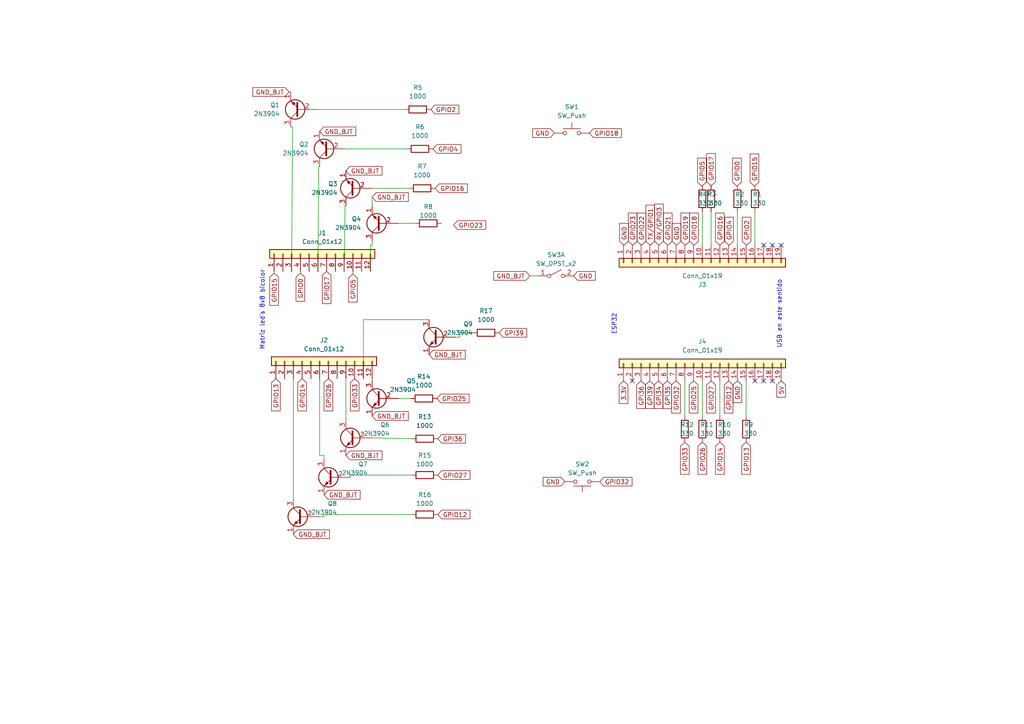
<source format=kicad_sch>
(kicad_sch (version 20231120) (generator "eeschema") (generator_version "8.0")
  (paper "A4")
  (lib_symbols
    (symbol "Connector_Generic:Conn_01x12" (pin_names (offset 1.016) hide)
      (property "Reference" "J" (at 0 15.24 0))
      (property "Value" "Conn_01x12" (at 0 -17.78 0))
      (symbol "Conn_01x12_1_1"
        (rectangle (start -1.27 -15.113) (end 0 -15.367) (stroke (width 0.1524)))
        (rectangle (start -1.27 -12.573) (end 0 -12.827) (stroke (width 0.1524)))
        (rectangle (start -1.27 -10.033) (end 0 -10.287) (stroke (width 0.1524)))
        (rectangle (start -1.27 -7.493) (end 0 -7.747) (stroke (width 0.1524)))
        (rectangle (start -1.27 -4.953) (end 0 -5.207) (stroke (width 0.1524)))
        (rectangle (start -1.27 -2.413) (end 0 -2.667) (stroke (width 0.1524)))
        (rectangle (start -1.27 0.127) (end 0 -0.127) (stroke (width 0.1524)))
        (rectangle (start -1.27 2.667) (end 0 2.413) (stroke (width 0.1524)))
        (rectangle (start -1.27 5.207) (end 0 4.953) (stroke (width 0.1524)))
        (rectangle (start -1.27 7.747) (end 0 7.493) (stroke (width 0.1524)))
        (rectangle (start -1.27 10.287) (end 0 10.033) (stroke (width 0.1524)))
        (rectangle (start -1.27 12.827) (end 0 12.573) (stroke (width 0.1524)))
        (rectangle (start -1.27 13.97) (end 1.27 -16.51) (stroke (width 0.254)) (fill (type background)))
        (pin passive line (at -5.08 12.7 0) (length 3.81) (name "Pin_1") (number "1"))
        (pin passive line (at -5.08 -10.16 0) (length 3.81) (name "Pin_10") (number "10"))
        (pin passive line (at -5.08 -12.7 0) (length 3.81) (name "Pin_11") (number "11"))
        (pin passive line (at -5.08 -15.24 0) (length 3.81) (name "Pin_12") (number "12"))
        (pin passive line (at -5.08 10.16 0) (length 3.81) (name "Pin_2") (number "2"))
        (pin passive line (at -5.08 7.62 0) (length 3.81) (name "Pin_3") (number "3"))
        (pin passive line (at -5.08 5.08 0) (length 3.81) (name "Pin_4") (number "4"))
        (pin passive line (at -5.08 2.54 0) (length 3.81) (name "Pin_5") (number "5"))
        (pin passive line (at -5.08 0 0) (length 3.81) (name "Pin_6") (number "6"))
        (pin passive line (at -5.08 -2.54 0) (length 3.81) (name "Pin_7") (number "7"))
        (pin passive line (at -5.08 -5.08 0) (length 3.81) (name "Pin_8") (number "8"))
        (pin passive line (at -5.08 -7.62 0) (length 3.81) (name "Pin_9") (number "9"))
      )
    )
    (symbol "Connector_Generic:Conn_01x19" (pin_names (offset 1.016) hide)
      (property "Reference" "J" (at 0 25.4 0))
      (property "Value" "Conn_01x19" (at 0 -25.4 0))
      (symbol "Conn_01x19_1_1"
        (rectangle (start -1.27 -22.733) (end 0 -22.987) (stroke (width 0.1524)))
        (rectangle (start -1.27 -20.193) (end 0 -20.447) (stroke (width 0.1524)))
        (rectangle (start -1.27 -17.653) (end 0 -17.907) (stroke (width 0.1524)))
        (rectangle (start -1.27 -15.113) (end 0 -15.367) (stroke (width 0.1524)))
        (rectangle (start -1.27 -12.573) (end 0 -12.827) (stroke (width 0.1524)))
        (rectangle (start -1.27 -10.033) (end 0 -10.287) (stroke (width 0.1524)))
        (rectangle (start -1.27 -7.493) (end 0 -7.747) (stroke (width 0.1524)))
        (rectangle (start -1.27 -4.953) (end 0 -5.207) (stroke (width 0.1524)))
        (rectangle (start -1.27 -2.413) (end 0 -2.667) (stroke (width 0.1524)))
        (rectangle (start -1.27 0.127) (end 0 -0.127) (stroke (width 0.1524)))
        (rectangle (start -1.27 2.667) (end 0 2.413) (stroke (width 0.1524)))
        (rectangle (start -1.27 5.207) (end 0 4.953) (stroke (width 0.1524)))
        (rectangle (start -1.27 7.747) (end 0 7.493) (stroke (width 0.1524)))
        (rectangle (start -1.27 10.287) (end 0 10.033) (stroke (width 0.1524)))
        (rectangle (start -1.27 12.827) (end 0 12.573) (stroke (width 0.1524)))
        (rectangle (start -1.27 15.367) (end 0 15.113) (stroke (width 0.1524)))
        (rectangle (start -1.27 17.907) (end 0 17.653) (stroke (width 0.1524)))
        (rectangle (start -1.27 20.447) (end 0 20.193) (stroke (width 0.1524)))
        (rectangle (start -1.27 22.987) (end 0 22.733) (stroke (width 0.1524)))
        (rectangle (start -1.27 24.13) (end 1.27 -24.13) (stroke (width 0.254)) (fill (type background)))
        (pin passive line (at -5.08 22.86 0) (length 3.81) (name "Pin_1") (number "1"))
        (pin passive line (at -5.08 0 0) (length 3.81) (name "Pin_10") (number "10"))
        (pin passive line (at -5.08 -2.54 0) (length 3.81) (name "Pin_11") (number "11"))
        (pin passive line (at -5.08 -5.08 0) (length 3.81) (name "Pin_12") (number "12"))
        (pin passive line (at -5.08 -7.62 0) (length 3.81) (name "Pin_13") (number "13"))
        (pin passive line (at -5.08 -10.16 0) (length 3.81) (name "Pin_14") (number "14"))
        (pin passive line (at -5.08 -12.7 0) (length 3.81) (name "Pin_15") (number "15"))
        (pin passive line (at -5.08 -15.24 0) (length 3.81) (name "Pin_16") (number "16"))
        (pin passive line (at -5.08 -17.78 0) (length 3.81) (name "Pin_17") (number "17"))
        (pin passive line (at -5.08 -20.32 0) (length 3.81) (name "Pin_18") (number "18"))
        (pin passive line (at -5.08 -22.86 0) (length 3.81) (name "Pin_19") (number "19"))
        (pin passive line (at -5.08 20.32 0) (length 3.81) (name "Pin_2") (number "2"))
        (pin passive line (at -5.08 17.78 0) (length 3.81) (name "Pin_3") (number "3"))
        (pin passive line (at -5.08 15.24 0) (length 3.81) (name "Pin_4") (number "4"))
        (pin passive line (at -5.08 12.7 0) (length 3.81) (name "Pin_5") (number "5"))
        (pin passive line (at -5.08 10.16 0) (length 3.81) (name "Pin_6") (number "6"))
        (pin passive line (at -5.08 7.62 0) (length 3.81) (name "Pin_7") (number "7"))
        (pin passive line (at -5.08 5.08 0) (length 3.81) (name "Pin_8") (number "8"))
        (pin passive line (at -5.08 2.54 0) (length 3.81) (name "Pin_9") (number "9"))
      )
    )
    (symbol "Device:R" (pin_numbers hide) (pin_names (offset 0))
      (property "Reference" "R" (at 2.032 0 90))
      (property "Value" "R" (at 0 0 90))
      (symbol "R_0_1"
        (rectangle (start -1.016 -2.54) (end 1.016 2.54) (stroke (width 0.254)))
      )
      (symbol "R_1_1"
        (pin passive line (at 0 3.81 270) (length 1.27) (name "~") (number "1"))
        (pin passive line (at 0 -3.81 90) (length 1.27) (name "~") (number "2"))
      )
    )
    (symbol "Switch:SW_DPST_x2" (pin_names (offset 0) hide)
      (property "Reference" "SW" (at 0 3.175 0))
      (property "Value" "SW_DPST_x2" (at 0 -2.54 0))
      (symbol "SW_DPST_x2_0_0"
        (circle (center -2.032 0) (radius 0.508))
        (polyline (pts (xy -1.524 0.254) (xy 1.524 1.778)))
        (circle (center 2.032 0) (radius 0.508))
      )
      (symbol "SW_DPST_x2_1_1"
        (pin passive line (at -5.08 0 0) (length 2.54) (name "A") (number "1"))
        (pin passive line (at 5.08 0 180) (length 2.54) (name "B") (number "2"))
      )
      (symbol "SW_DPST_x2_2_1"
        (pin passive line (at -5.08 0 0) (length 2.54) (name "A") (number "3"))
        (pin passive line (at 5.08 0 180) (length 2.54) (name "B") (number "4"))
      )
    )
    (symbol "Switch:SW_Push" (pin_numbers hide) (pin_names (offset 1.016) hide)
      (property "Reference" "SW" (at 1.27 2.54 0))
      (property "Value" "SW_Push" (at 0 -1.524 0))
      (symbol "SW_Push_0_1"
        (circle (center -2.032 0) (radius 0.508))
        (polyline (pts (xy 0 1.27) (xy 0 3.048)))
        (polyline (pts (xy 2.54 1.27) (xy -2.54 1.27)))
        (circle (center 2.032 0) (radius 0.508))
        (pin passive line (at -5.08 0 0) (length 2.54) (name "1") (number "1"))
        (pin passive line (at 5.08 0 180) (length 2.54) (name "2") (number "2"))
      )
    )
    (symbol "Transistor_BJT:2N3904" (pin_names (offset 0) hide)
      (property "Reference" "Q" (at 5.08 1.905 0))
      (property "Value" "2N3904" (at 5.08 0 0))
      (symbol "2N3904_0_1"
        (polyline (pts (xy 0.635 0.635) (xy 2.54 2.54)))
        (polyline (pts (xy 0.635 -0.635) (xy 2.54 -2.54) (xy 2.54 -2.54)))
        (polyline (pts (xy 0.635 1.905) (xy 0.635 -1.905) (xy 0.635 -1.905)) (stroke (width 0.508)))
        (polyline (pts (xy 1.27 -1.778) (xy 1.778 -1.27) (xy 2.286 -2.286) (xy 1.27 -1.778) (xy 1.27 -1.778)) (fill (type outline)))
        (circle (center 1.27 0) (radius 2.8194) (stroke (width 0.254)))
      )
      (symbol "2N3904_1_1"
        (pin passive line (at 2.54 -5.08 90) (length 2.54) (name "E") (number "1"))
        (pin passive line (at -5.08 0 0) (length 5.715) (name "B") (number "2"))
        (pin passive line (at 2.54 5.08 270) (length 2.54) (name "C") (number "3"))
      )
    )
  )
  (no_connect (at 226.568 71.12))
  (no_connect (at 224.028 71.12))
  (no_connect (at 224.028 110.49))
  (no_connect (at 183.388 110.49))
  (no_connect (at 221.488 110.49))
  (no_connect (at 221.488 71.12))
  (no_connect (at 218.948 110.49))
  (wire (pts (xy 92.71 149.86) (xy 93.98 149.86)))
  (wire (pts (xy 213.868 53.848) (xy 213.741 53.975)))
  (wire (pts (xy 107.95 109.855) (xy 107.95 110.49)))
  (wire (pts (xy 208.788 110.49) (xy 208.788 120.65)))
  (wire (pts (xy 93.98 133.35) (xy 93.98 132.08)))
  (wire (pts (xy 188.468 71.12) (xy 188.595 71.12)))
  (wire (pts (xy 99.822 78.867) (xy 99.822 78.74)))
  (wire (pts (xy 92.456 48.26) (xy 92.202 78.867)))
  (wire (pts (xy 153.67 80.01) (xy 156.21 80.01)))
  (wire (pts (xy 107.95 57.15) (xy 107.95 59.69)))
  (wire (pts (xy 84.836 36.83) (xy 84.328 36.83)))
  (wire (pts (xy 218.948 53.848) (xy 218.821 53.975)))
  (wire (pts (xy 198.628 110.49) (xy 198.628 120.65)))
  (wire (pts (xy 107.95 71.12) (xy 107.95 69.85)))
  (wire (pts (xy 203.708 110.49) (xy 203.708 120.65)))
  (wire (pts (xy 216.408 71.12) (xy 216.535 71.12)))
  (wire (pts (xy 203.708 53.848) (xy 203.581 53.975)))
  (wire (pts (xy 93.98 149.225) (xy 119.38 149.225)))
  (wire (pts (xy 93.98 132.08) (xy 92.71 132.08)))
  (wire (pts (xy 133.35 97.79) (xy 133.35 96.52)))
  (wire (pts (xy 198.628 71.12) (xy 198.755 71.12)))
  (wire (pts (xy 132.08 97.79) (xy 133.35 97.79)))
  (wire (pts (xy 203.708 61.468) (xy 203.708 71.12)))
  (wire (pts (xy 92.71 132.08) (xy 92.71 109.855)))
  (wire (pts (xy 107.442 71.12) (xy 107.442 78.74)))
  (wire (pts (xy 216.408 110.49) (xy 216.408 120.65)))
  (wire (pts (xy 83.82 26.67) (xy 84.328 26.67)))
  (wire (pts (xy 100.076 59.69) (xy 99.822 78.867)))
  (wire (pts (xy 180.848 71.12) (xy 180.975 71.12)))
  (wire (pts (xy 101.6 137.795) (xy 119.38 137.795)))
  (wire (pts (xy 213.868 61.468) (xy 213.868 71.12)))
  (wire (pts (xy 100.33 109.855) (xy 100.33 121.92)))
  (wire (pts (xy 183.388 71.12) (xy 183.515 71.12)))
  (wire (pts (xy 196.088 71.12) (xy 196.215 71.12)))
  (wire (pts (xy 124.46 92.71) (xy 105.41 92.71)))
  (wire (pts (xy 133.35 96.52) (xy 137.16 96.52)))
  (wire (pts (xy 191.008 71.12) (xy 191.135 71.12)))
  (wire (pts (xy 211.328 71.12) (xy 211.455 71.12)))
  (wire (pts (xy 85.09 109.855) (xy 85.09 144.78)))
  (wire (pts (xy 119.126 115.57) (xy 115.57 115.57)))
  (wire (pts (xy 218.948 61.468) (xy 218.948 71.12)))
  (wire (pts (xy 100.076 59.69) (xy 100.33 59.69)))
  (wire (pts (xy 105.41 92.71) (xy 105.41 109.855)))
  (wire (pts (xy 101.6 138.43) (xy 101.6 137.795)))
  (wire (pts (xy 107.95 71.12) (xy 107.442 71.12)))
  (wire (pts (xy 87.122 78.74) (xy 87.122 79.248)))
  (wire (pts (xy 193.548 71.12) (xy 193.675 71.12)))
  (wire (pts (xy 107.95 54.61) (xy 118.618 54.61)))
  (wire (pts (xy 206.248 61.468) (xy 206.248 71.12)))
  (wire (pts (xy 93.98 149.86) (xy 93.98 149.225)))
  (wire (pts (xy 91.948 31.75) (xy 117.348 31.75)))
  (wire (pts (xy 185.928 71.12) (xy 186.055 71.12)))
  (wire (pts (xy 100.33 43.18) (xy 117.983 43.18)))
  (wire (pts (xy 119.38 127.254) (xy 107.95 127)))
  (wire (pts (xy 92.456 48.26) (xy 92.71 48.26)))
  (wire (pts (xy 84.582 78.867) (xy 84.836 36.83)))
  (wire (pts (xy 120.396 64.77) (xy 115.57 64.77)))
  (wire (pts (xy 79.502 78.74) (xy 79.502 79.248)))
  (wire (pts (xy 201.168 71.12) (xy 201.295 71.12)))
  (wire (pts (xy 84.582 78.867) (xy 84.582 78.74)))
  (wire (pts (xy 102.362 78.74) (xy 102.362 79.502)))
  (wire (pts (xy 92.202 78.867) (xy 92.202 78.74)))
  (text "USB en este sentido" (at 226.822 101.092 90) (effects (font (size 1.27 1.27)) (justify left bottom)))
  (text "ESP32" (at 178.943 97.155 90) (effects (font (size 1.27 1.27)) (justify left bottom)))
  (text "Matriz led´s 8x8 bicolor" (at 76.835 101.6 90) (effects (font (size 1.27 1.27)) (justify left bottom)))
  (global_label "GPIO15" (shape input) (at 79.502 79.248 270) (property "Intersheetrefs" "${INTERSHEET_REFS}" (effects (hide yes))))
  (global_label "GND_BJT" (shape input) (at 100.33 132.08 0) (property "Intersheetrefs" "${INTERSHEET_REFS}" (effects (hide yes))))
  (global_label "GPI35" (shape input) (at 193.548 110.49 270) (property "Intersheetrefs" "${INTERSHEET_REFS}" (effects (hide yes))))
  (global_label "GPIO17" (shape input) (at 94.742 78.74 270) (property "Intersheetrefs" "${INTERSHEET_REFS}" (effects (hide yes))))
  (global_label "GPIO32" (shape input) (at 173.99 139.7 0) (property "Intersheetrefs" "${INTERSHEET_REFS}" (effects (hide yes))))
  (global_label "GPIO14" (shape input) (at 87.63 109.855 270) (property "Intersheetrefs" "${INTERSHEET_REFS}" (effects (hide yes))))
  (global_label "5V" (shape input) (at 226.568 110.49 270) (property "Intersheetrefs" "${INTERSHEET_REFS}" (effects (hide yes))))
  (global_label "GPIO4" (shape input) (at 125.603 43.18 0) (property "Intersheetrefs" "${INTERSHEET_REFS}" (effects (hide yes))))
  (global_label "GPI34" (shape input) (at 191.008 110.49 270) (property "Intersheetrefs" "${INTERSHEET_REFS}" (effects (hide yes))))
  (global_label "GND_BJT" (shape input) (at 124.46 102.87 0) (property "Intersheetrefs" "${INTERSHEET_REFS}" (effects (hide yes))))
  (global_label "GPIO27" (shape input) (at 127 137.795 0) (property "Intersheetrefs" "${INTERSHEET_REFS}" (effects (hide yes))))
  (global_label "GPIO25" (shape input) (at 201.168 110.49 270) (property "Intersheetrefs" "${INTERSHEET_REFS}" (effects (hide yes))))
  (global_label "GPIO5" (shape input) (at 102.362 79.502 270) (property "Intersheetrefs" "${INTERSHEET_REFS}" (effects (hide yes))))
  (global_label "GPIO23" (shape input) (at 183.515 71.12 90) (property "Intersheetrefs" "${INTERSHEET_REFS}" (effects (hide yes))))
  (global_label "GPIO12" (shape input) (at 127 149.225 0) (property "Intersheetrefs" "${INTERSHEET_REFS}" (effects (hide yes))))
  (global_label "GND_BJT" (shape input) (at 153.67 80.01 180) (property "Intersheetrefs" "${INTERSHEET_REFS}" (effects (hide yes))))
  (global_label "GPI39" (shape input) (at 144.78 96.52 0) (property "Intersheetrefs" "${INTERSHEET_REFS}" (effects (hide yes))))
  (global_label "RX{slash}GPIO3" (shape input) (at 191.135 71.12 90) (property "Intersheetrefs" "${INTERSHEET_REFS}" (effects (hide yes))))
  (global_label "GPIO21" (shape input) (at 193.675 71.12 90) (property "Intersheetrefs" "${INTERSHEET_REFS}" (effects (hide yes))))
  (global_label "GND_BJT" (shape input) (at 92.71 38.1 0) (property "Intersheetrefs" "${INTERSHEET_REFS}" (effects (hide yes))))
  (global_label "GPIO16" (shape input) (at 208.788 71.12 90) (property "Intersheetrefs" "${INTERSHEET_REFS}" (effects (hide yes))))
  (global_label "GPIO17" (shape input) (at 206.248 53.848 90) (property "Intersheetrefs" "${INTERSHEET_REFS}" (effects (hide yes))))
  (global_label "GPIO26" (shape input) (at 203.708 128.27 270) (property "Intersheetrefs" "${INTERSHEET_REFS}" (effects (hide yes))))
  (global_label "GPIO25" (shape input) (at 126.746 115.57 0) (property "Intersheetrefs" "${INTERSHEET_REFS}" (effects (hide yes))))
  (global_label "GND_BJT" (shape input) (at 107.95 57.15 0) (property "Intersheetrefs" "${INTERSHEET_REFS}" (effects (hide yes))))
  (global_label "GPIO14" (shape input) (at 208.788 128.27 270) (property "Intersheetrefs" "${INTERSHEET_REFS}" (effects (hide yes))))
  (global_label "GND_BJT" (shape input) (at 107.95 120.65 0) (property "Intersheetrefs" "${INTERSHEET_REFS}" (effects (hide yes))))
  (global_label "GPIO16" (shape input) (at 126.238 54.61 0) (property "Intersheetrefs" "${INTERSHEET_REFS}" (effects (hide yes))))
  (global_label "GPIO2" (shape input) (at 124.968 31.75 0) (property "Intersheetrefs" "${INTERSHEET_REFS}" (effects (hide yes))))
  (global_label "GPIO0" (shape input) (at 87.122 79.248 270) (property "Intersheetrefs" "${INTERSHEET_REFS}" (effects (hide yes))))
  (global_label "GPIO4" (shape input) (at 211.455 71.12 90) (property "Intersheetrefs" "${INTERSHEET_REFS}" (effects (hide yes))))
  (global_label "GND" (shape input) (at 196.215 71.12 90) (property "Intersheetrefs" "${INTERSHEET_REFS}" (effects (hide yes))))
  (global_label "3.3V" (shape input) (at 180.848 110.49 270) (property "Intersheetrefs" "${INTERSHEET_REFS}" (effects (hide yes))))
  (global_label "GPIO18" (shape input) (at 170.942 38.608 0) (property "Intersheetrefs" "${INTERSHEET_REFS}" (effects (hide yes))))
  (global_label "GPI39" (shape input) (at 188.468 110.49 270) (property "Intersheetrefs" "${INTERSHEET_REFS}" (effects (hide yes))))
  (global_label "GND" (shape input) (at 163.83 139.7 180) (property "Intersheetrefs" "${INTERSHEET_REFS}" (effects (hide yes))))
  (global_label "GPIO23" (shape input) (at 131.572 65.278 0) (property "Intersheetrefs" "${INTERSHEET_REFS}" (effects (hide yes))))
  (global_label "GPIO13" (shape input) (at 216.408 128.27 270) (property "Intersheetrefs" "${INTERSHEET_REFS}" (effects (hide yes))))
  (global_label "GPIO22" (shape input) (at 186.055 71.12 90) (property "Intersheetrefs" "${INTERSHEET_REFS}" (effects (hide yes))))
  (global_label "GPIO19" (shape input) (at 198.755 71.12 90) (property "Intersheetrefs" "${INTERSHEET_REFS}" (effects (hide yes))))
  (global_label "GND_BJT" (shape input) (at 100.33 49.53 0) (property "Intersheetrefs" "${INTERSHEET_REFS}" (effects (hide yes))))
  (global_label "GND" (shape input) (at 213.868 110.49 270) (property "Intersheetrefs" "${INTERSHEET_REFS}" (effects (hide yes))))
  (global_label "GPIO15" (shape input) (at 218.821 53.975 90) (property "Intersheetrefs" "${INTERSHEET_REFS}" (effects (hide yes))))
  (global_label "GPIO27" (shape input) (at 206.248 110.49 270) (property "Intersheetrefs" "${INTERSHEET_REFS}" (effects (hide yes))))
  (global_label "GND_BJT" (shape input) (at 85.09 154.94 0) (property "Intersheetrefs" "${INTERSHEET_REFS}" (effects (hide yes))))
  (global_label "GPIO32" (shape input) (at 196.088 110.49 270) (property "Intersheetrefs" "${INTERSHEET_REFS}" (effects (hide yes))))
  (global_label "GND_BJT" (shape input) (at 83.82 26.67 180) (property "Intersheetrefs" "${INTERSHEET_REFS}" (effects (hide yes))))
  (global_label "GPIO0" (shape input) (at 213.741 53.975 90) (property "Intersheetrefs" "${INTERSHEET_REFS}" (effects (hide yes))))
  (global_label "GPIO12" (shape input) (at 211.328 110.49 270) (property "Intersheetrefs" "${INTERSHEET_REFS}" (effects (hide yes))))
  (global_label "GPIO26" (shape input) (at 95.25 109.855 270) (property "Intersheetrefs" "${INTERSHEET_REFS}" (effects (hide yes))))
  (global_label "GPI36" (shape input) (at 185.928 110.49 270) (property "Intersheetrefs" "${INTERSHEET_REFS}" (effects (hide yes))))
  (global_label "GPIO33" (shape input) (at 102.87 109.855 270) (property "Intersheetrefs" "${INTERSHEET_REFS}" (effects (hide yes))))
  (global_label "GND" (shape input) (at 160.782 38.608 180) (property "Intersheetrefs" "${INTERSHEET_REFS}" (effects (hide yes))))
  (global_label "GPIO18" (shape input) (at 201.295 71.12 90) (property "Intersheetrefs" "${INTERSHEET_REFS}" (effects (hide yes))))
  (global_label "GND_BJT" (shape input) (at 93.98 143.51 0) (property "Intersheetrefs" "${INTERSHEET_REFS}" (effects (hide yes))))
  (global_label "GPIO13" (shape input) (at 80.01 109.855 270) (property "Intersheetrefs" "${INTERSHEET_REFS}" (effects (hide yes))))
  (global_label "GPIO2" (shape input) (at 216.535 71.12 90) (property "Intersheetrefs" "${INTERSHEET_REFS}" (effects (hide yes))))
  (global_label "GND" (shape input) (at 166.37 80.01 0) (property "Intersheetrefs" "${INTERSHEET_REFS}" (effects (hide yes))))
  (global_label "GND" (shape input) (at 180.975 71.12 90) (property "Intersheetrefs" "${INTERSHEET_REFS}" (effects (hide yes))))
  (global_label "TX{slash}GPIO1" (shape input) (at 188.595 71.12 90) (property "Intersheetrefs" "${INTERSHEET_REFS}" (effects (hide yes))))
  (global_label "GPIO33" (shape input) (at 198.628 128.27 270) (property "Intersheetrefs" "${INTERSHEET_REFS}" (effects (hide yes))))
  (global_label "GPI36" (shape input) (at 127 127.254 0) (property "Intersheetrefs" "${INTERSHEET_REFS}" (effects (hide yes))))
  (global_label "GPIO5" (shape input) (at 203.581 53.975 90) (property "Intersheetrefs" "${INTERSHEET_REFS}" (effects (hide yes))))
  (symbol (lib_id "Transistor_BJT:2N3904") (at 102.87 127 0) (mirror y) (unit 1)
    (property "Reference" "Q6" (at 113.03 123.19 0) (effects (justify left)))
    (property "Value" "2N3904" (at 113.03 125.73 0) (effects (justify left)))
    (property "Footprint" "Package_TO_SOT_THT:TO-92_Inline" (effects (hide yes)))
    (property "Datasheet" "https://www.onsemi.com/pub/Collateral/2N3903-D.PDF" (effects (hide yes)))
  )
  (symbol (lib_id "Transistor_BJT:2N3904") (at 102.87 54.61 180) (unit 1)
    (property "Reference" "Q3" (at 97.917 53.34 0) (effects (justify left)))
    (property "Value" "2N3904" (at 97.917 55.88 0) (effects (justify left)))
    (property "Footprint" "Package_TO_SOT_THT:TO-92_Inline" (effects (hide yes)))
    (property "Datasheet" "https://www.onsemi.com/pub/Collateral/2N3903-D.PDF" (effects (hide yes)))
  )
  (symbol (lib_id "Transistor_BJT:2N3904") (at 86.868 31.75 180) (unit 1)
    (property "Reference" "Q1" (at 81.153 30.48 0) (effects (justify left)))
    (property "Value" "2N3904" (at 81.153 33.02 0) (effects (justify left)))
    (property "Footprint" "Package_TO_SOT_THT:TO-92_Inline" (effects (hide yes)))
    (property "Datasheet" "https://www.onsemi.com/pub/Collateral/2N3903-D.PDF" (effects (hide yes)))
  )
  (symbol (lib_id "Switch:SW_Push") (at 168.91 139.7 180) (unit 1)
    (property "Reference" "SW2" (at 168.91 134.62 0))
    (property "Value" "SW_Push" (at 168.91 137.16 0))
    (property "Footprint" "Button_Switch_THT:SW_DIP_SPSTx01_Piano_10.8x4.1mm_W7.62mm_P2.54mm" (effects (hide yes)))
  )
  (symbol (lib_id "Device:R") (at 206.248 57.658 0) (unit 1)
    (property "Reference" "R3" (at 205.105 56.261 0) (effects (justify left)))
    (property "Value" "330" (at 205.613 58.928 0) (effects (justify left)))
    (property "Footprint" "Resistor_THT:R_Axial_DIN0204_L3.6mm_D1.6mm_P5.08mm_Horizontal" (effects (hide yes)))
  )
  (symbol (lib_id "Transistor_BJT:2N3904") (at 127 97.79 0) (mirror y) (unit 1)
    (property "Reference" "Q9" (at 137.16 93.98 0) (effects (justify left)))
    (property "Value" "2N3904" (at 137.16 96.52 0) (effects (justify left)))
    (property "Footprint" "Package_TO_SOT_THT:TO-92_Inline" (effects (hide yes)))
    (property "Datasheet" "https://www.onsemi.com/pub/Collateral/2N3903-D.PDF" (effects (hide yes)))
  )
  (symbol (lib_id "Transistor_BJT:2N3904") (at 95.25 43.18 180) (unit 1)
    (property "Reference" "Q2" (at 89.535 41.91 0) (effects (justify left)))
    (property "Value" "2N3904" (at 89.535 44.45 0) (effects (justify left)))
    (property "Footprint" "Package_TO_SOT_THT:TO-92_Inline" (effects (hide yes)))
    (property "Datasheet" "https://www.onsemi.com/pub/Collateral/2N3903-D.PDF" (effects (hide yes)))
  )
  (symbol (lib_id "Transistor_BJT:2N3904") (at 96.52 138.43 0) (mirror y) (unit 1)
    (property "Reference" "Q7" (at 106.68 134.62 0) (effects (justify left)))
    (property "Value" "2N3904" (at 106.68 137.16 0) (effects (justify left)))
    (property "Footprint" "Package_TO_SOT_THT:TO-92_Inline" (effects (hide yes)))
    (property "Datasheet" "https://www.onsemi.com/pub/Collateral/2N3903-D.PDF" (effects (hide yes)))
  )
  (symbol (lib_id "Device:R") (at 122.428 54.61 270) (unit 1)
    (property "Reference" "R7" (at 122.428 48.26 90))
    (property "Value" "1000" (at 122.428 50.8 90))
    (property "Footprint" "Resistor_THT:R_Axial_DIN0204_L3.6mm_D1.6mm_P5.08mm_Horizontal" (effects (hide yes)))
  )
  (symbol (lib_id "Connector_Generic:Conn_01x12") (at 92.71 104.775 90) (unit 1)
    (property "Reference" "J2" (at 93.98 98.679 90))
    (property "Value" "Conn_01x12" (at 93.98 101.219 90))
    (property "Footprint" "Connector_PinSocket_2.54mm:PinSocket_1x12_P2.54mm_Vertical" (effects (hide yes)))
  )
  (symbol (lib_id "Device:R") (at 123.19 137.795 270) (unit 1)
    (property "Reference" "R15" (at 123.19 132.08 90))
    (property "Value" "1000" (at 123.19 134.62 90))
    (property "Footprint" "Resistor_THT:R_Axial_DIN0309_L9.0mm_D3.2mm_P2.54mm_Vertical" (effects (hide yes)))
  )
  (symbol (lib_id "Device:R") (at 203.708 57.658 0) (unit 1)
    (property "Reference" "R4" (at 202.438 56.388 0) (effects (justify left)))
    (property "Value" "330" (at 202.438 58.928 0) (effects (justify left)))
    (property "Footprint" "Resistor_THT:R_Axial_DIN0309_L9.0mm_D3.2mm_P2.54mm_Vertical" (effects (hide yes)))
  )
  (symbol (lib_id "Device:R") (at 140.97 96.52 270) (unit 1)
    (property "Reference" "R17" (at 140.97 90.17 90))
    (property "Value" "1000" (at 140.97 92.71 90))
    (property "Footprint" "Resistor_THT:R_Axial_DIN0309_L9.0mm_D3.2mm_P2.54mm_Vertical" (effects (hide yes)))
  )
  (symbol (lib_id "Device:R") (at 216.408 124.46 0) (unit 1)
    (property "Reference" "R9" (at 215.773 123.19 0) (effects (justify left)))
    (property "Value" "330" (at 215.773 125.73 0) (effects (justify left)))
    (property "Footprint" "Resistor_THT:R_Axial_DIN0309_L9.0mm_D3.2mm_P2.54mm_Vertical" (effects (hide yes)))
  )
  (symbol (lib_id "Connector_Generic:Conn_01x19") (at 203.708 105.41 90) (unit 1)
    (property "Reference" "J4" (at 203.708 99.06 90))
    (property "Value" "Conn_01x19" (at 203.708 101.6 90))
    (property "Footprint" "Connector_PinSocket_2.54mm:PinSocket_1x19_P2.54mm_Vertical" (effects (hide yes)))
  )
  (symbol (lib_id "Connector_Generic:Conn_01x19") (at 203.708 76.2 90) (mirror x) (unit 1)
    (property "Reference" "J3" (at 203.708 82.55 90))
    (property "Value" "Conn_01x19" (at 203.708 80.01 90))
    (property "Footprint" "Connector_PinSocket_2.54mm:PinSocket_1x19_P2.54mm_Vertical" (effects (hide yes)))
  )
  (symbol (lib_id "Device:R") (at 121.793 43.18 270) (unit 1)
    (property "Reference" "R6" (at 121.793 36.83 90))
    (property "Value" "1000" (at 121.793 39.37 90))
    (property "Footprint" "Resistor_THT:R_Axial_DIN0309_L9.0mm_D3.2mm_P2.54mm_Vertical" (effects (hide yes)))
  )
  (symbol (lib_id "Device:R") (at 123.19 149.225 270) (unit 1)
    (property "Reference" "R16" (at 123.19 143.51 90))
    (property "Value" "1000" (at 123.19 146.05 90))
    (property "Footprint" "Resistor_THT:R_Axial_DIN0309_L9.0mm_D3.2mm_P2.54mm_Vertical" (effects (hide yes)))
  )
  (symbol (lib_id "Connector_Generic:Conn_01x12") (at 92.202 73.66 90) (unit 1)
    (property "Reference" "J1" (at 93.472 67.564 90))
    (property "Value" "Conn_01x12" (at 93.472 70.104 90))
    (property "Footprint" "Connector_PinSocket_2.54mm:PinSocket_1x12_P2.54mm_Vertical" (effects (hide yes)))
  )
  (symbol (lib_id "Device:R") (at 203.708 124.46 0) (unit 1)
    (property "Reference" "R11" (at 203.073 123.19 0) (effects (justify left)))
    (property "Value" "330" (at 203.073 125.73 0) (effects (justify left)))
    (property "Footprint" "Resistor_THT:R_Axial_DIN0204_L3.6mm_D1.6mm_P5.08mm_Horizontal" (effects (hide yes)))
  )
  (symbol (lib_id "Device:R") (at 122.936 115.57 270) (unit 1)
    (property "Reference" "R14" (at 122.936 109.22 90))
    (property "Value" "1000" (at 122.936 111.76 90))
    (property "Footprint" "Resistor_THT:R_Axial_DIN0309_L9.0mm_D3.2mm_P2.54mm_Vertical" (effects (hide yes)))
  )
  (symbol (lib_id "Device:R") (at 123.19 127.254 270) (unit 1)
    (property "Reference" "R13" (at 123.19 120.904 90))
    (property "Value" "1000" (at 123.19 123.444 90))
    (property "Footprint" "Resistor_THT:R_Axial_DIN0204_L3.6mm_D1.6mm_P5.08mm_Horizontal" (effects (hide yes)))
  )
  (symbol (lib_id "Device:R") (at 198.628 124.46 0) (unit 1)
    (property "Reference" "R12" (at 197.358 123.19 0) (effects (justify left)))
    (property "Value" "330" (at 197.358 125.73 0) (effects (justify left)))
    (property "Footprint" "Resistor_THT:R_Axial_DIN0204_L3.6mm_D1.6mm_P5.08mm_Horizontal" (effects (hide yes)))
  )
  (symbol (lib_id "Device:R") (at 213.868 57.658 0) (unit 1)
    (property "Reference" "R2" (at 213.233 56.388 0) (effects (justify left)))
    (property "Value" "330" (at 213.233 58.928 0) (effects (justify left)))
    (property "Footprint" "Resistor_THT:R_Axial_DIN0309_L9.0mm_D3.2mm_P2.54mm_Vertical" (effects (hide yes)))
  )
  (symbol (lib_id "Device:R") (at 124.206 64.77 270) (unit 1)
    (property "Reference" "R8" (at 124.206 59.944 90))
    (property "Value" "1000" (at 124.206 62.484 90))
    (property "Footprint" "Resistor_THT:R_Axial_DIN0309_L9.0mm_D3.2mm_P2.54mm_Vertical" (effects (hide yes)))
  )
  (symbol (lib_id "Transistor_BJT:2N3904") (at 110.49 64.77 180) (unit 1)
    (property "Reference" "Q4" (at 104.775 63.5 0) (effects (justify left)))
    (property "Value" "2N3904" (at 104.775 66.04 0) (effects (justify left)))
    (property "Footprint" "Package_TO_SOT_THT:TO-92_Inline" (effects (hide yes)))
    (property "Datasheet" "https://www.onsemi.com/pub/Collateral/2N3903-D.PDF" (effects (hide yes)))
  )
  (symbol (lib_id "Transistor_BJT:2N3904") (at 110.49 115.57 0) (mirror y) (unit 1)
    (property "Reference" "Q5" (at 120.65 110.49 0) (effects (justify left)))
    (property "Value" "2N3904" (at 120.65 113.03 0) (effects (justify left)))
    (property "Footprint" "Package_TO_SOT_THT:TO-92_Inline" (effects (hide yes)))
    (property "Datasheet" "https://www.onsemi.com/pub/Collateral/2N3903-D.PDF" (effects (hide yes)))
  )
  (symbol (lib_id "Switch:SW_DPST_x2") (at 161.29 80.01 0) (unit 1)
    (property "Reference" "SW3" (at 161.29 73.914 0))
    (property "Value" "SW_DPST_x2" (at 161.29 76.454 0))
    (property "Footprint" "Button_Switch_THT:SW_DIP_SPSTx01_Slide_6.7x4.1mm_W7.62mm_P2.54mm_LowProfile" (effects (hide yes)))
    (property "Description" "Single Pole Single Throw (SPST) switch, separate symbol" (effects (hide yes)))
  )
  (symbol (lib_id "Switch:SW_Push") (at 165.862 38.608 0) (unit 1)
    (property "Reference" "SW1" (at 165.862 30.988 0))
    (property "Value" "SW_Push" (at 165.862 33.528 0))
    (property "Footprint" "Button_Switch_THT:SW_DIP_SPSTx01_Piano_10.8x4.1mm_W7.62mm_P2.54mm" (effects (hide yes)))
  )
  (symbol (lib_id "Device:R") (at 121.158 31.75 270) (unit 1)
    (property "Reference" "R5" (at 121.158 25.4 90))
    (property "Value" "1000" (at 121.158 27.94 90))
    (property "Footprint" "Resistor_THT:R_Axial_DIN0309_L9.0mm_D3.2mm_P2.54mm_Vertical" (effects (hide yes)))
  )
  (symbol (lib_id "Transistor_BJT:2N3904") (at 87.63 149.86 0) (mirror y) (unit 1)
    (property "Reference" "Q8" (at 97.79 146.05 0) (effects (justify left)))
    (property "Value" "2N3904" (at 97.79 148.59 0) (effects (justify left)))
    (property "Footprint" "Package_TO_SOT_THT:TO-92_Inline" (effects (hide yes)))
    (property "Datasheet" "https://www.onsemi.com/pub/Collateral/2N3903-D.PDF" (effects (hide yes)))
  )
  (symbol (lib_id "Device:R") (at 208.788 124.46 0) (unit 1)
    (property "Reference" "R10" (at 208.153 123.19 0) (effects (justify left)))
    (property "Value" "330" (at 208.153 125.73 0) (effects (justify left)))
    (property "Footprint" "Resistor_THT:R_Axial_DIN0309_L9.0mm_D3.2mm_P2.54mm_Vertical" (effects (hide yes)))
  )
  (symbol (lib_id "Device:R") (at 218.948 57.658 0) (unit 1)
    (property "Reference" "R1" (at 218.313 56.388 0) (effects (justify left)))
    (property "Value" "330" (at 218.313 58.928 0) (effects (justify left)))
    (property "Footprint" "Resistor_THT:R_Axial_DIN0309_L9.0mm_D3.2mm_P2.54mm_Vertical" (effects (hide yes)))
  )
)
</source>
